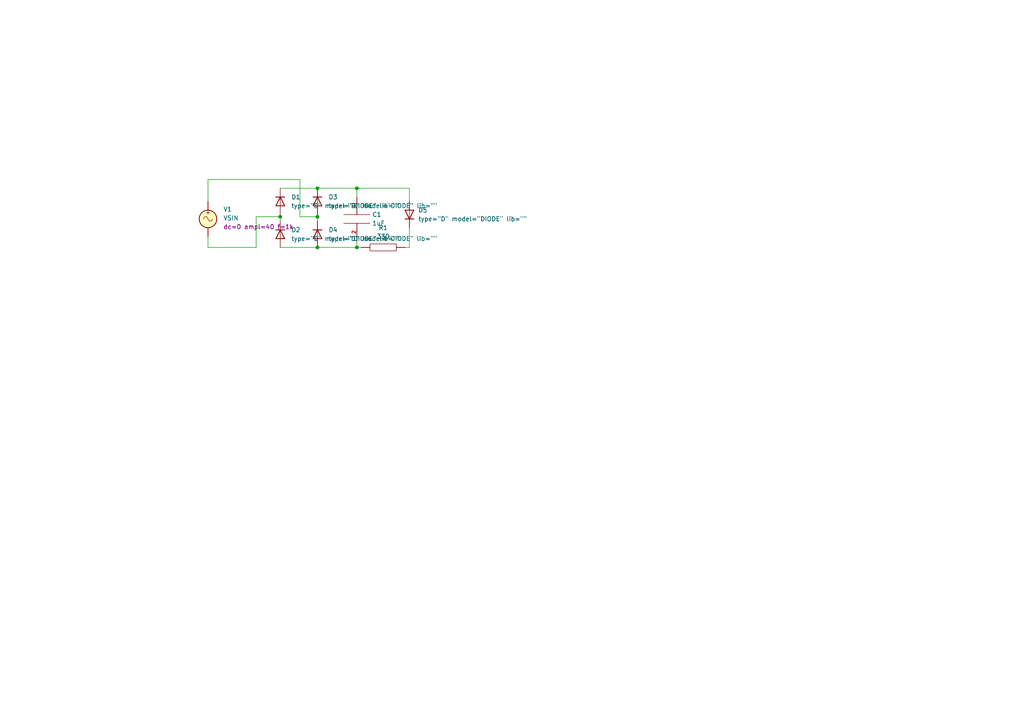
<source format=kicad_sch>
(kicad_sch (version 20211123) (generator eeschema)
  (paper "A4")
  (lib_symbols
    (symbol "Simulation_SPICE:DIODE" (pin_numbers hide) (pin_names (offset 1.016) hide)
      (property "Reference" "D" (at 0 2.54 0))
      (property "Value" "DIODE" (at 0 -2.54 0))
      (symbol "DIODE_0_1"
        (polyline (pts (xy 1.27 0) (xy -1.27 0)))
        (polyline (pts (xy 1.27 1.27) (xy 1.27 -1.27)) (stroke (width 0.254)))
        (polyline (pts (xy -1.27 -1.27) (xy -1.27 1.27) (xy 1.27 0) (xy -1.27 -1.27)) (stroke (width 0.254)))
      )
      (symbol "DIODE_1_1"
        (pin passive line (at -3.81 0 0) (length 2.54) (name "A") (number "1"))
        (pin passive line (at 3.81 0 180) (length 2.54) (name "K") (number "2"))
      )
    )
    (symbol "Simulation_SPICE:VSIN" (pin_numbers hide) (pin_names (offset 0.0254))
      (property "Reference" "V" (at 2.54 2.54 0))
      (property "Value" "VSIN" (at 2.54 0 0))
      (property "Spice_Model" "sin(0 1 1k)" (at 2.54 -2.54 0))
      (symbol "VSIN_0_0"
        (arc (start 0 0) (mid -0.635 0.635) (end -1.27 0))
        (arc (start 0 0) (mid 0.635 -0.635) (end 1.27 0))
        (text "+" (at 0 1.905 0) (effects (font (size 1.27 1.27))))
      )
      (symbol "VSIN_0_1"
        (circle (center 0 0) (radius 2.54) (stroke (width 0.254)) (fill (type background)))
      )
      (symbol "VSIN_1_1"
        (pin passive line (at 0 5.08 270) (length 2.54) (name "~") (number "1"))
        (pin passive line (at 0 -5.08 90) (length 2.54) (name "~") (number "2"))
      )
    )
    (symbol "pspice:CAP" (pin_names (offset 0.254))
      (property "Reference" "C" (at 2.54 3.81 90))
      (property "Value" "CAP" (at 2.54 -3.81 90))
      (symbol "CAP_0_1"
        (polyline (pts (xy -3.81 -1.27) (xy 3.81 -1.27)))
        (polyline (pts (xy -3.81 1.27) (xy 3.81 1.27)))
      )
      (symbol "CAP_1_1"
        (pin passive line (at 0 6.35 270) (length 5.08) (name "~") (number "1"))
        (pin passive line (at 0 -6.35 90) (length 5.08) (name "~") (number "2"))
      )
    )
    (symbol "pspice:R" (pin_numbers hide) (pin_names (offset 0))
      (property "Reference" "R" (at 2.032 0 90))
      (property "Value" "R" (at 0 0 90))
      (symbol "R_0_1"
        (rectangle (start -1.016 3.81) (end 1.016 -3.81))
      )
      (symbol "R_1_1"
        (pin passive line (at 0 6.35 270) (length 2.54) (name "~") (number "1"))
        (pin passive line (at 0 -6.35 90) (length 2.54) (name "~") (number "2"))
      )
    )
  )
  (junction (at 103.505 71.755))
  (junction (at 81.28 62.865))
  (junction (at 103.505 54.61))
  (junction (at 92.075 62.865))
  (junction (at 92.075 71.755))
  (junction (at 92.075 54.61))
  (wire (pts (xy 92.075 71.755) (xy 103.505 71.755)))
  (wire (pts (xy 118.745 71.755) (xy 118.745 66.04)))
  (wire (pts (xy 74.295 62.865) (xy 74.295 71.755)))
  (wire (pts (xy 92.075 62.865) (xy 92.075 64.135)))
  (wire (pts (xy 92.075 62.865) (xy 86.995 62.865)))
  (wire (pts (xy 81.28 62.23) (xy 81.28 62.865)))
  (wire (pts (xy 60.325 52.07) (xy 60.325 58.42)))
  (wire (pts (xy 117.475 71.755) (xy 118.745 71.755)))
  (wire (pts (xy 60.325 68.58) (xy 60.325 71.755)))
  (wire (pts (xy 103.505 54.61) (xy 103.505 57.15)))
  (wire (pts (xy 60.325 52.07) (xy 86.995 52.07)))
  (wire (pts (xy 92.075 62.23) (xy 92.075 62.865)))
  (wire (pts (xy 86.995 62.865) (xy 86.995 52.07)))
  (wire (pts (xy 92.075 54.61) (xy 103.505 54.61)))
  (wire (pts (xy 81.28 62.865) (xy 81.28 64.135)))
  (wire (pts (xy 81.28 62.865) (xy 74.295 62.865)))
  (wire (pts (xy 103.505 54.61) (xy 118.745 54.61)))
  (wire (pts (xy 74.295 71.755) (xy 60.325 71.755)))
  (wire (pts (xy 118.745 58.42) (xy 118.745 54.61)))
  (wire (pts (xy 103.505 69.85) (xy 103.505 71.755)))
  (wire (pts (xy 103.505 71.755) (xy 104.775 71.755)))
  (wire (pts (xy 92.075 71.755) (xy 81.28 71.755)))
  (wire (pts (xy 81.28 54.61) (xy 92.075 54.61)))
  (symbol (lib_id "Simulation_SPICE:DIODE") (at 81.28 58.42 90) (unit 1)
    (property "Reference" "D1" (at 84.455 57.1499 90) (effects (justify right)))
    (property "Value" "DIODE" (at 84.455 59.6899 90) (effects (justify right)))
    (property "Spice_Netlist_Enabled" "Y" (effects hide))
    (property "Spice_Primitive" "D" (effects hide))
  )
  (symbol (lib_id "Simulation_SPICE:DIODE") (at 118.745 62.23 270) (unit 1)
    (property "Reference" "D5" (at 121.285 60.9599 90) (effects (justify left)))
    (property "Value" "DIODE" (at 121.285 63.4999 90) (effects (justify left)))
    (property "Spice_Netlist_Enabled" "Y" (effects hide))
    (property "Spice_Primitive" "D" (effects hide))
  )
  (symbol (lib_id "Simulation_SPICE:DIODE") (at 81.28 67.945 90) (unit 1)
    (property "Reference" "D2" (at 84.455 66.6749 90) (effects (justify right)))
    (property "Value" "DIODE" (at 84.455 69.2149 90) (effects (justify right)))
    (property "Spice_Netlist_Enabled" "Y" (effects hide))
    (property "Spice_Primitive" "D" (effects hide))
  )
  (symbol (lib_id "Simulation_SPICE:DIODE") (at 92.075 58.42 90) (unit 1)
    (property "Reference" "D3" (at 95.25 57.1499 90) (effects (justify right)))
    (property "Value" "DIODE" (at 95.25 59.6899 90) (effects (justify right)))
    (property "Spice_Netlist_Enabled" "Y" (effects hide))
    (property "Spice_Primitive" "D" (effects hide))
  )
  (symbol (lib_id "pspice:CAP") (at 103.505 63.5 0) (unit 1)
    (property "Reference" "C1" (at 107.95 62.2299 0) (effects (justify left)))
    (property "Value" "1uF" (at 107.95 64.7699 0) (effects (justify left)))
  )
  (symbol (lib_id "Simulation_SPICE:VSIN") (at 60.325 63.5 0) (unit 1)
    (property "Reference" "V1" (at 64.77 60.7106 0) (effects (justify left)))
    (property "Value" "VSIN" (at 64.77 63.2506 0) (effects (justify left)))
    (property "Spice_Netlist_Enabled" "Y" (effects hide))
    (property "Spice_Primitive" "V" (effects hide))
    (property "Spice_Model" "sin(0 40 1k)" (at 64.77 65.7906 0) (effects (justify left)))
  )
  (symbol (lib_id "Simulation_SPICE:DIODE") (at 92.075 67.945 90) (unit 1)
    (property "Reference" "D4" (at 95.25 66.6749 90) (effects (justify right)))
    (property "Value" "DIODE" (at 95.25 69.2149 90) (effects (justify right)))
    (property "Spice_Netlist_Enabled" "Y" (effects hide))
    (property "Spice_Primitive" "D" (effects hide))
  )
  (symbol (lib_id "pspice:R") (at 111.125 71.755 90) (unit 1)
    (property "Reference" "R1" (at 111.125 66.04 90))
    (property "Value" "330" (at 111.125 68.58 90))
  )
)
</source>
